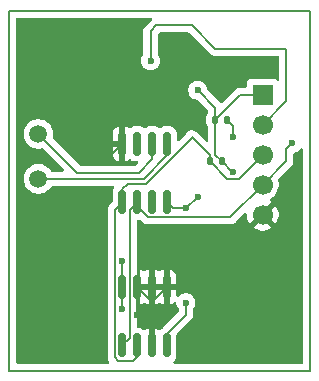
<source format=gbr>
G04 #@! TF.GenerationSoftware,KiCad,Pcbnew,9.0.1*
G04 #@! TF.CreationDate,2026-02-12T23:06:56+05:30*
G04 #@! TF.ProjectId,project1,70726f6a-6563-4743-912e-6b696361645f,rev?*
G04 #@! TF.SameCoordinates,Original*
G04 #@! TF.FileFunction,Copper,L1,Top*
G04 #@! TF.FilePolarity,Positive*
%FSLAX46Y46*%
G04 Gerber Fmt 4.6, Leading zero omitted, Abs format (unit mm)*
G04 Created by KiCad (PCBNEW 9.0.1) date 2026-02-12 23:06:56*
%MOMM*%
%LPD*%
G01*
G04 APERTURE LIST*
G04 Aperture macros list*
%AMRoundRect*
0 Rectangle with rounded corners*
0 $1 Rounding radius*
0 $2 $3 $4 $5 $6 $7 $8 $9 X,Y pos of 4 corners*
0 Add a 4 corners polygon primitive as box body*
4,1,4,$2,$3,$4,$5,$6,$7,$8,$9,$2,$3,0*
0 Add four circle primitives for the rounded corners*
1,1,$1+$1,$2,$3*
1,1,$1+$1,$4,$5*
1,1,$1+$1,$6,$7*
1,1,$1+$1,$8,$9*
0 Add four rect primitives between the rounded corners*
20,1,$1+$1,$2,$3,$4,$5,0*
20,1,$1+$1,$4,$5,$6,$7,0*
20,1,$1+$1,$6,$7,$8,$9,0*
20,1,$1+$1,$8,$9,$2,$3,0*%
G04 Aperture macros list end*
G04 #@! TA.AperFunction,NonConductor*
%ADD10C,0.200000*%
G04 #@! TD*
G04 #@! TA.AperFunction,SMDPad,CuDef*
%ADD11RoundRect,0.150000X-0.150000X0.825000X-0.150000X-0.825000X0.150000X-0.825000X0.150000X0.825000X0*%
G04 #@! TD*
G04 #@! TA.AperFunction,ComponentPad*
%ADD12C,1.500000*%
G04 #@! TD*
G04 #@! TA.AperFunction,SMDPad,CuDef*
%ADD13RoundRect,0.135000X0.135000X0.185000X-0.135000X0.185000X-0.135000X-0.185000X0.135000X-0.185000X0*%
G04 #@! TD*
G04 #@! TA.AperFunction,ComponentPad*
%ADD14R,1.700000X1.700000*%
G04 #@! TD*
G04 #@! TA.AperFunction,ComponentPad*
%ADD15C,1.700000*%
G04 #@! TD*
G04 #@! TA.AperFunction,SMDPad,CuDef*
%ADD16RoundRect,0.135000X-0.135000X-0.185000X0.135000X-0.185000X0.135000X0.185000X-0.135000X0.185000X0*%
G04 #@! TD*
G04 #@! TA.AperFunction,ViaPad*
%ADD17C,0.600000*%
G04 #@! TD*
G04 #@! TA.AperFunction,Conductor*
%ADD18C,0.200000*%
G04 #@! TD*
G04 APERTURE END LIST*
D10*
X136941000Y-85509000D02*
X162441000Y-85509000D01*
X162441000Y-116009000D01*
X136941000Y-116009000D01*
X136941000Y-85509000D01*
D11*
X150331000Y-108919000D03*
X149061000Y-108919000D03*
X147791000Y-108919000D03*
X146521000Y-108919000D03*
X146521000Y-113869000D03*
X147791000Y-113869000D03*
X149061000Y-113869000D03*
X150331000Y-113869000D03*
D12*
X139441000Y-99759000D03*
X139441000Y-95959000D03*
D11*
X150356000Y-96784000D03*
X149086000Y-96784000D03*
X147816000Y-96784000D03*
X146546000Y-96784000D03*
X146546000Y-101734000D03*
X147816000Y-101734000D03*
X149086000Y-101734000D03*
X150356000Y-101734000D03*
D13*
X154961000Y-98259000D03*
X153941000Y-98259000D03*
D14*
X158441000Y-92639000D03*
D15*
X158441000Y-95179000D03*
X158441000Y-97719000D03*
X158441000Y-100259000D03*
X158441000Y-102799000D03*
D16*
X154431000Y-94759000D03*
X155451000Y-94759000D03*
D17*
X151941000Y-110259000D03*
X152941000Y-101259000D03*
X151941000Y-102259000D03*
X146441000Y-94259000D03*
X147790000Y-111259000D03*
X146520000Y-110759000D03*
X144441000Y-97759000D03*
X146520000Y-106759000D03*
X148941000Y-89759000D03*
X160941000Y-96759000D03*
X155941000Y-96259000D03*
X152941000Y-92259000D03*
X155941000Y-99159000D03*
D18*
X150356000Y-97758999D02*
X150356000Y-96784000D01*
X152441000Y-96259000D02*
X153941000Y-97759000D01*
X149086000Y-98114000D02*
X149086000Y-96784000D01*
X148596968Y-100160000D02*
X152441000Y-96315968D01*
X150331000Y-108919000D02*
X149061000Y-110189000D01*
X152321000Y-108919000D02*
X150331000Y-108919000D01*
X151941000Y-102259000D02*
X150881000Y-102259000D01*
X149061000Y-110189000D02*
X149061000Y-113869000D01*
X150331000Y-112869000D02*
X151941000Y-111259000D01*
X151941000Y-102259000D02*
X152941000Y-101259000D01*
X150331000Y-113869000D02*
X150331000Y-112869000D01*
X149061000Y-108919000D02*
X149061000Y-113869000D01*
X150881000Y-102259000D02*
X150356000Y-101734000D01*
X151941000Y-111259000D02*
X151941000Y-110259000D01*
X154431000Y-97729000D02*
X154961000Y-98259000D01*
X152441000Y-96315968D02*
X152441000Y-96259000D01*
X153941000Y-97759000D02*
X153941000Y-98259000D01*
X146521000Y-108919000D02*
X146521000Y-106760000D01*
X146546000Y-94364000D02*
X146441000Y-94259000D01*
X147790000Y-111259000D02*
X147791000Y-111258000D01*
X146546000Y-96784000D02*
X146546000Y-94364000D01*
X147791000Y-111258000D02*
X147791000Y-108919000D01*
X146521000Y-110758000D02*
X146520000Y-110759000D01*
X144441000Y-97759000D02*
X145571000Y-97759000D01*
X145571000Y-97759000D02*
X146546000Y-96784000D01*
X146521000Y-108919000D02*
X146521000Y-110758000D01*
X158441000Y-102799000D02*
X152321000Y-108919000D01*
X147791000Y-108919000D02*
X149061000Y-110189000D01*
X146521000Y-106760000D02*
X146520000Y-106759000D01*
X160441000Y-88759000D02*
X154441000Y-88759000D01*
X152441000Y-86759000D02*
X149441000Y-86759000D01*
X149441000Y-86759000D02*
X148941000Y-87259000D01*
X154441000Y-88759000D02*
X152441000Y-86759000D01*
X148941000Y-87259000D02*
X148941000Y-89759000D01*
X158441000Y-95179000D02*
X160441000Y-93179000D01*
X160441000Y-93179000D02*
X160441000Y-88759000D01*
X147816000Y-102080968D02*
X148745032Y-103010000D01*
X147190000Y-102360000D02*
X147816000Y-101734000D01*
X160441000Y-98259000D02*
X160441000Y-97259000D01*
X147816000Y-101734000D02*
X147816000Y-102080968D01*
X158441000Y-100259000D02*
X160441000Y-98259000D01*
X148745032Y-103010000D02*
X155690000Y-103010000D01*
X147190000Y-113200000D02*
X147190000Y-102360000D01*
X155690000Y-103010000D02*
X158441000Y-100259000D01*
X155941000Y-96259000D02*
X155941000Y-95249000D01*
X155941000Y-95249000D02*
X155451000Y-94759000D01*
X160441000Y-97259000D02*
X160941000Y-96759000D01*
X146521000Y-113869000D02*
X147190000Y-113200000D01*
X155941000Y-99159000D02*
X155861000Y-99159000D01*
X152941000Y-92259000D02*
X154431000Y-93749000D01*
X154431000Y-94759000D02*
X154431000Y-97729000D01*
X155861000Y-99159000D02*
X154961000Y-98259000D01*
X158441000Y-92639000D02*
X156551000Y-92639000D01*
X156551000Y-92639000D02*
X154686000Y-94504000D01*
X154686000Y-94504000D02*
X154431000Y-94759000D01*
X154431000Y-93749000D02*
X154431000Y-94759000D01*
X147489999Y-115145000D02*
X146180032Y-115145000D01*
X147040000Y-100160000D02*
X148596968Y-100160000D01*
X156401000Y-99759000D02*
X155441000Y-99759000D01*
X147791000Y-114843999D02*
X147489999Y-115145000D01*
X158441000Y-97719000D02*
X156401000Y-99759000D01*
X146546000Y-101734000D02*
X146546000Y-100654000D01*
X145920000Y-102360000D02*
X146546000Y-101734000D01*
X146180032Y-115145000D02*
X145920000Y-114884968D01*
X155441000Y-99759000D02*
X153941000Y-98259000D01*
X145920000Y-114884968D02*
X145920000Y-102360000D01*
X147791000Y-113869000D02*
X147791000Y-114843999D01*
X146546000Y-100654000D02*
X147040000Y-100160000D01*
X139441000Y-99759000D02*
X148355999Y-99759000D01*
X148355999Y-99759000D02*
X150356000Y-97758999D01*
X142741000Y-99259000D02*
X147941000Y-99259000D01*
X139441000Y-95959000D02*
X142741000Y-99259000D01*
X147941000Y-99259000D02*
X149086000Y-98114000D01*
G04 #@! TA.AperFunction,Conductor*
G36*
X149008941Y-86129185D02*
G01*
X149054696Y-86181989D01*
X149064640Y-86251147D01*
X149035615Y-86314703D01*
X149029583Y-86321181D01*
X148565217Y-86785546D01*
X148565214Y-86785548D01*
X148565215Y-86785549D01*
X148460478Y-86890286D01*
X148410361Y-86977094D01*
X148410359Y-86977096D01*
X148381425Y-87027209D01*
X148381424Y-87027210D01*
X148381423Y-87027215D01*
X148340499Y-87179943D01*
X148340499Y-87179945D01*
X148340499Y-87348046D01*
X148340500Y-87348059D01*
X148340500Y-89179234D01*
X148320815Y-89246273D01*
X148319602Y-89248125D01*
X148231609Y-89379814D01*
X148231602Y-89379827D01*
X148171264Y-89525498D01*
X148171261Y-89525510D01*
X148140500Y-89680153D01*
X148140500Y-89837846D01*
X148171261Y-89992489D01*
X148171264Y-89992501D01*
X148231602Y-90138172D01*
X148231609Y-90138185D01*
X148319210Y-90269288D01*
X148319213Y-90269292D01*
X148430707Y-90380786D01*
X148430711Y-90380789D01*
X148561814Y-90468390D01*
X148561827Y-90468397D01*
X148707498Y-90528735D01*
X148707503Y-90528737D01*
X148862153Y-90559499D01*
X148862156Y-90559500D01*
X148862158Y-90559500D01*
X149019844Y-90559500D01*
X149019845Y-90559499D01*
X149174497Y-90528737D01*
X149320179Y-90468394D01*
X149451289Y-90380789D01*
X149562789Y-90269289D01*
X149650394Y-90138179D01*
X149710737Y-89992497D01*
X149741500Y-89837842D01*
X149741500Y-89680158D01*
X149741500Y-89680155D01*
X149741499Y-89680153D01*
X149710738Y-89525510D01*
X149710737Y-89525503D01*
X149672003Y-89431989D01*
X149650397Y-89379827D01*
X149650390Y-89379814D01*
X149562398Y-89248125D01*
X149541520Y-89181447D01*
X149541500Y-89179234D01*
X149541500Y-87559098D01*
X149550144Y-87529660D01*
X149556668Y-87499670D01*
X149560423Y-87494653D01*
X149561185Y-87492059D01*
X149577819Y-87471416D01*
X149653418Y-87395818D01*
X149714742Y-87362334D01*
X149741099Y-87359500D01*
X152140903Y-87359500D01*
X152207942Y-87379185D01*
X152228584Y-87395819D01*
X153956139Y-89123374D01*
X153956149Y-89123385D01*
X153960479Y-89127715D01*
X153960480Y-89127716D01*
X154072284Y-89239520D01*
X154159095Y-89289639D01*
X154159097Y-89289641D01*
X154197151Y-89311611D01*
X154209215Y-89318577D01*
X154361943Y-89359500D01*
X154520057Y-89359500D01*
X159716500Y-89359500D01*
X159783539Y-89379185D01*
X159829294Y-89431989D01*
X159840500Y-89483500D01*
X159840500Y-91327428D01*
X159820815Y-91394467D01*
X159768011Y-91440222D01*
X159698853Y-91450166D01*
X159642189Y-91426695D01*
X159599138Y-91394467D01*
X159533331Y-91345204D01*
X159533329Y-91345203D01*
X159533328Y-91345202D01*
X159398482Y-91294908D01*
X159398483Y-91294908D01*
X159338883Y-91288501D01*
X159338881Y-91288500D01*
X159338873Y-91288500D01*
X159338864Y-91288500D01*
X157543129Y-91288500D01*
X157543123Y-91288501D01*
X157483516Y-91294908D01*
X157348671Y-91345202D01*
X157348664Y-91345206D01*
X157233455Y-91431452D01*
X157233452Y-91431455D01*
X157147206Y-91546664D01*
X157147202Y-91546671D01*
X157096908Y-91681517D01*
X157090501Y-91741116D01*
X157090500Y-91741135D01*
X157090500Y-91914500D01*
X157070815Y-91981539D01*
X157018011Y-92027294D01*
X156966500Y-92038500D01*
X156630057Y-92038500D01*
X156471942Y-92038500D01*
X156319215Y-92079423D01*
X156319214Y-92079423D01*
X156319212Y-92079424D01*
X156319209Y-92079425D01*
X156269096Y-92108359D01*
X156269095Y-92108360D01*
X156225689Y-92133420D01*
X156182285Y-92158479D01*
X156182282Y-92158481D01*
X156070478Y-92270286D01*
X155023681Y-93317082D01*
X155015737Y-93321419D01*
X155010312Y-93328667D01*
X154985549Y-93337903D01*
X154962358Y-93350567D01*
X154953329Y-93349921D01*
X154944848Y-93353085D01*
X154919026Y-93347468D01*
X154892666Y-93345583D01*
X154883612Y-93339764D01*
X154876575Y-93338234D01*
X154848331Y-93317091D01*
X154848320Y-93317084D01*
X154843225Y-93311989D01*
X154799716Y-93268480D01*
X154799713Y-93268478D01*
X153775574Y-92244339D01*
X153742089Y-92183016D01*
X153741638Y-92180849D01*
X153710738Y-92025510D01*
X153710737Y-92025503D01*
X153692527Y-91981539D01*
X153650397Y-91879827D01*
X153650390Y-91879814D01*
X153562789Y-91748711D01*
X153562786Y-91748707D01*
X153451292Y-91637213D01*
X153451288Y-91637210D01*
X153320185Y-91549609D01*
X153320172Y-91549602D01*
X153174501Y-91489264D01*
X153174489Y-91489261D01*
X153019845Y-91458500D01*
X153019842Y-91458500D01*
X152862158Y-91458500D01*
X152862155Y-91458500D01*
X152707510Y-91489261D01*
X152707498Y-91489264D01*
X152561827Y-91549602D01*
X152561814Y-91549609D01*
X152430711Y-91637210D01*
X152430707Y-91637213D01*
X152319213Y-91748707D01*
X152319210Y-91748711D01*
X152231609Y-91879814D01*
X152231602Y-91879827D01*
X152171264Y-92025498D01*
X152171261Y-92025510D01*
X152140500Y-92180153D01*
X152140500Y-92337846D01*
X152171261Y-92492489D01*
X152171264Y-92492501D01*
X152231602Y-92638172D01*
X152231609Y-92638185D01*
X152319210Y-92769288D01*
X152319213Y-92769292D01*
X152430707Y-92880786D01*
X152430711Y-92880789D01*
X152561814Y-92968390D01*
X152561827Y-92968397D01*
X152707498Y-93028735D01*
X152707503Y-93028737D01*
X152772147Y-93041595D01*
X152862849Y-93059638D01*
X152924760Y-93092023D01*
X152926339Y-93093574D01*
X153794181Y-93961416D01*
X153808884Y-93988343D01*
X153825477Y-94014162D01*
X153826368Y-94020362D01*
X153827666Y-94022739D01*
X153830500Y-94049097D01*
X153830500Y-94089404D01*
X153810815Y-94156443D01*
X153794181Y-94177085D01*
X153789869Y-94181396D01*
X153789863Y-94181404D01*
X153708131Y-94319606D01*
X153708129Y-94319611D01*
X153663335Y-94473791D01*
X153663334Y-94473797D01*
X153660500Y-94509811D01*
X153660500Y-95008169D01*
X153660501Y-95008191D01*
X153663335Y-95044205D01*
X153708129Y-95198388D01*
X153708131Y-95198393D01*
X153775258Y-95311900D01*
X153789865Y-95336598D01*
X153794178Y-95340911D01*
X153827665Y-95402231D01*
X153830500Y-95428595D01*
X153830500Y-96499903D01*
X153810815Y-96566942D01*
X153758011Y-96612697D01*
X153688853Y-96622641D01*
X153625297Y-96593616D01*
X153618819Y-96587584D01*
X152928590Y-95897355D01*
X152928588Y-95897352D01*
X152809717Y-95778481D01*
X152809716Y-95778480D01*
X152700576Y-95715468D01*
X152700574Y-95715467D01*
X152672785Y-95699423D01*
X152672784Y-95699422D01*
X152672783Y-95699422D01*
X152616881Y-95684443D01*
X152520057Y-95658499D01*
X152361943Y-95658499D01*
X152209215Y-95699423D01*
X152209214Y-95699423D01*
X152209212Y-95699424D01*
X152181426Y-95715467D01*
X152181425Y-95715468D01*
X152160720Y-95727422D01*
X152072285Y-95778479D01*
X152072282Y-95778481D01*
X151960481Y-95890282D01*
X151960477Y-95890287D01*
X151922459Y-95956138D01*
X151922458Y-95956140D01*
X151890819Y-96010938D01*
X151871114Y-96036617D01*
X151368181Y-96539551D01*
X151306858Y-96573036D01*
X151237167Y-96568052D01*
X151181233Y-96526181D01*
X151156816Y-96460716D01*
X151156500Y-96451870D01*
X151156500Y-95893313D01*
X151156499Y-95893298D01*
X151155989Y-95886820D01*
X151153598Y-95856431D01*
X151107744Y-95698602D01*
X151024081Y-95557135D01*
X151024079Y-95557133D01*
X151024076Y-95557129D01*
X150907870Y-95440923D01*
X150907862Y-95440917D01*
X150800177Y-95377233D01*
X150766398Y-95357256D01*
X150766397Y-95357255D01*
X150766396Y-95357255D01*
X150766393Y-95357254D01*
X150608573Y-95311402D01*
X150608567Y-95311401D01*
X150571701Y-95308500D01*
X150571694Y-95308500D01*
X150140306Y-95308500D01*
X150140298Y-95308500D01*
X150103432Y-95311401D01*
X150103426Y-95311402D01*
X149945606Y-95357254D01*
X149945603Y-95357255D01*
X149804137Y-95440917D01*
X149797969Y-95445702D01*
X149796072Y-95443256D01*
X149747358Y-95469857D01*
X149677666Y-95464873D01*
X149645296Y-95444069D01*
X149644031Y-95445702D01*
X149637862Y-95440917D01*
X149530177Y-95377233D01*
X149496398Y-95357256D01*
X149496397Y-95357255D01*
X149496396Y-95357255D01*
X149496393Y-95357254D01*
X149338573Y-95311402D01*
X149338567Y-95311401D01*
X149301701Y-95308500D01*
X149301694Y-95308500D01*
X148870306Y-95308500D01*
X148870298Y-95308500D01*
X148833432Y-95311401D01*
X148833426Y-95311402D01*
X148675606Y-95357254D01*
X148675603Y-95357255D01*
X148534137Y-95440917D01*
X148527969Y-95445702D01*
X148526072Y-95443256D01*
X148477358Y-95469857D01*
X148407666Y-95464873D01*
X148375296Y-95444069D01*
X148374031Y-95445702D01*
X148367862Y-95440917D01*
X148260177Y-95377233D01*
X148226398Y-95357256D01*
X148226397Y-95357255D01*
X148226396Y-95357255D01*
X148226393Y-95357254D01*
X148068573Y-95311402D01*
X148068567Y-95311401D01*
X148031701Y-95308500D01*
X148031694Y-95308500D01*
X147600306Y-95308500D01*
X147600298Y-95308500D01*
X147563432Y-95311401D01*
X147563426Y-95311402D01*
X147405606Y-95357254D01*
X147405603Y-95357255D01*
X147264140Y-95440915D01*
X147257974Y-95445699D01*
X147256174Y-95443379D01*
X147206913Y-95470230D01*
X147137225Y-95465193D01*
X147104992Y-95444461D01*
X147103722Y-95446100D01*
X147097552Y-95441314D01*
X146956196Y-95357717D01*
X146956193Y-95357716D01*
X146798494Y-95311900D01*
X146798497Y-95311900D01*
X146796000Y-95311703D01*
X146796000Y-98256295D01*
X146796001Y-98256295D01*
X146798486Y-98256100D01*
X146956198Y-98210281D01*
X147097550Y-98126686D01*
X147103717Y-98121903D01*
X147105630Y-98124369D01*
X147154222Y-98097802D01*
X147223917Y-98102749D01*
X147256762Y-98123853D01*
X147257969Y-98122298D01*
X147264132Y-98127078D01*
X147264135Y-98127081D01*
X147405602Y-98210744D01*
X147425700Y-98216583D01*
X147563426Y-98256597D01*
X147563429Y-98256597D01*
X147563431Y-98256598D01*
X147600306Y-98259500D01*
X147600314Y-98259500D01*
X147791902Y-98259500D01*
X147813147Y-98265738D01*
X147835235Y-98267318D01*
X147846018Y-98275390D01*
X147858941Y-98279185D01*
X147873439Y-98295916D01*
X147891169Y-98309189D01*
X147895876Y-98321811D01*
X147904696Y-98331989D01*
X147907847Y-98353905D01*
X147915586Y-98374654D01*
X147912723Y-98387814D01*
X147914640Y-98401147D01*
X147905440Y-98421290D01*
X147900734Y-98442927D01*
X147887464Y-98460654D01*
X147885615Y-98464703D01*
X147879596Y-98471167D01*
X147728582Y-98622182D01*
X147667261Y-98655666D01*
X147640903Y-98658500D01*
X143041098Y-98658500D01*
X142974059Y-98638815D01*
X142953417Y-98622181D01*
X142200429Y-97869193D01*
X142005885Y-97674649D01*
X145746000Y-97674649D01*
X145748899Y-97711489D01*
X145748900Y-97711495D01*
X145794716Y-97869193D01*
X145794717Y-97869196D01*
X145878314Y-98010552D01*
X145878321Y-98010561D01*
X145994438Y-98126678D01*
X145994447Y-98126685D01*
X146135801Y-98210281D01*
X146293514Y-98256100D01*
X146293511Y-98256100D01*
X146295998Y-98256295D01*
X146296000Y-98256295D01*
X146296000Y-97034000D01*
X145746000Y-97034000D01*
X145746000Y-97674649D01*
X142005885Y-97674649D01*
X140694767Y-96363532D01*
X140661283Y-96302210D01*
X140659976Y-96256454D01*
X140691500Y-96057422D01*
X140691500Y-95893350D01*
X145746000Y-95893350D01*
X145746000Y-96534000D01*
X146296000Y-96534000D01*
X146296000Y-95311703D01*
X146293503Y-95311900D01*
X146135806Y-95357716D01*
X146135803Y-95357717D01*
X145994447Y-95441314D01*
X145994438Y-95441321D01*
X145878321Y-95557438D01*
X145878314Y-95557447D01*
X145794717Y-95698803D01*
X145794716Y-95698806D01*
X145748900Y-95856504D01*
X145748899Y-95856510D01*
X145746000Y-95893350D01*
X140691500Y-95893350D01*
X140691500Y-95860577D01*
X140660709Y-95666173D01*
X140625378Y-95557438D01*
X140599884Y-95478975D01*
X140599882Y-95478972D01*
X140599882Y-95478970D01*
X140529536Y-95340909D01*
X140510524Y-95303595D01*
X140394828Y-95144354D01*
X140255646Y-95005172D01*
X140096405Y-94889476D01*
X139921029Y-94800117D01*
X139733826Y-94739290D01*
X139539422Y-94708500D01*
X139539417Y-94708500D01*
X139342583Y-94708500D01*
X139342578Y-94708500D01*
X139148173Y-94739290D01*
X138960970Y-94800117D01*
X138785594Y-94889476D01*
X138694741Y-94955485D01*
X138626354Y-95005172D01*
X138626352Y-95005174D01*
X138626351Y-95005174D01*
X138487174Y-95144351D01*
X138487174Y-95144352D01*
X138487172Y-95144354D01*
X138468580Y-95169944D01*
X138371476Y-95303594D01*
X138282117Y-95478970D01*
X138221290Y-95666173D01*
X138190500Y-95860577D01*
X138190500Y-96057422D01*
X138221290Y-96251826D01*
X138282117Y-96439029D01*
X138370606Y-96612697D01*
X138371476Y-96614405D01*
X138487172Y-96773646D01*
X138626354Y-96912828D01*
X138785595Y-97028524D01*
X138846389Y-97059500D01*
X138960970Y-97117882D01*
X138960972Y-97117882D01*
X138960975Y-97117884D01*
X139037852Y-97142863D01*
X139148173Y-97178709D01*
X139342578Y-97209500D01*
X139342583Y-97209500D01*
X139539422Y-97209500D01*
X139738454Y-97177976D01*
X139807747Y-97186930D01*
X139845533Y-97212768D01*
X141579583Y-98946819D01*
X141613068Y-99008142D01*
X141608084Y-99077834D01*
X141566212Y-99133767D01*
X141500748Y-99158184D01*
X141491902Y-99158500D01*
X140613596Y-99158500D01*
X140546557Y-99138815D01*
X140513278Y-99107386D01*
X140507318Y-99099183D01*
X140394828Y-98944354D01*
X140255646Y-98805172D01*
X140096405Y-98689476D01*
X140030049Y-98655666D01*
X139921029Y-98600117D01*
X139733826Y-98539290D01*
X139539422Y-98508500D01*
X139539417Y-98508500D01*
X139342583Y-98508500D01*
X139342578Y-98508500D01*
X139148173Y-98539290D01*
X138960970Y-98600117D01*
X138785594Y-98689476D01*
X138716714Y-98739521D01*
X138626354Y-98805172D01*
X138626352Y-98805174D01*
X138626351Y-98805174D01*
X138487174Y-98944351D01*
X138487174Y-98944352D01*
X138487172Y-98944354D01*
X138440827Y-99008142D01*
X138371476Y-99103594D01*
X138282117Y-99278970D01*
X138221290Y-99466173D01*
X138190500Y-99660577D01*
X138190500Y-99857422D01*
X138221290Y-100051826D01*
X138282117Y-100239029D01*
X138354770Y-100381618D01*
X138371476Y-100414405D01*
X138487172Y-100573646D01*
X138626354Y-100712828D01*
X138785595Y-100828524D01*
X138868455Y-100870743D01*
X138960970Y-100917882D01*
X138960972Y-100917882D01*
X138960975Y-100917884D01*
X139061317Y-100950487D01*
X139148173Y-100978709D01*
X139342578Y-101009500D01*
X139342583Y-101009500D01*
X139539422Y-101009500D01*
X139733826Y-100978709D01*
X139770416Y-100966820D01*
X139921025Y-100917884D01*
X140096405Y-100828524D01*
X140255646Y-100712828D01*
X140394828Y-100573646D01*
X140510524Y-100414405D01*
X140510524Y-100414403D01*
X140513278Y-100410614D01*
X140568608Y-100367949D01*
X140613596Y-100359500D01*
X145747835Y-100359500D01*
X145814874Y-100379185D01*
X145860629Y-100431989D01*
X145870573Y-100501147D01*
X145854567Y-100546621D01*
X145794255Y-100648603D01*
X145794254Y-100648606D01*
X145748402Y-100806426D01*
X145748401Y-100806432D01*
X145745500Y-100843298D01*
X145745500Y-101633902D01*
X145725815Y-101700941D01*
X145709181Y-101721583D01*
X145439481Y-101991282D01*
X145439479Y-101991284D01*
X145424898Y-102016540D01*
X145418735Y-102027216D01*
X145360423Y-102128215D01*
X145319499Y-102280943D01*
X145319499Y-102280945D01*
X145319499Y-102449046D01*
X145319500Y-102449059D01*
X145319500Y-114798298D01*
X145319499Y-114798316D01*
X145319499Y-114964022D01*
X145319498Y-114964022D01*
X145319499Y-114964025D01*
X145360423Y-115116753D01*
X145389360Y-115166872D01*
X145406650Y-115196819D01*
X145421477Y-115222501D01*
X145428821Y-115252778D01*
X145437949Y-115290401D01*
X145415096Y-115356428D01*
X145360174Y-115399618D01*
X145314089Y-115408500D01*
X137665500Y-115408500D01*
X137598461Y-115388815D01*
X137552706Y-115336011D01*
X137541500Y-115284500D01*
X137541500Y-86233500D01*
X137561185Y-86166461D01*
X137613989Y-86120706D01*
X137665500Y-86109500D01*
X148941902Y-86109500D01*
X149008941Y-86129185D01*
G37*
G04 #@! TD.AperFunction*
G04 #@! TA.AperFunction,Conductor*
G36*
X161799363Y-97170190D02*
G01*
X161836082Y-97229634D01*
X161840500Y-97262439D01*
X161840500Y-115284500D01*
X161820815Y-115351539D01*
X161768011Y-115397294D01*
X161716500Y-115408500D01*
X150985809Y-115408500D01*
X150918770Y-115388815D01*
X150873015Y-115336011D01*
X150863071Y-115266853D01*
X150892096Y-115203297D01*
X150898128Y-115196819D01*
X150999076Y-115095870D01*
X150999081Y-115095865D01*
X151082744Y-114954398D01*
X151125885Y-114805907D01*
X151128597Y-114796573D01*
X151128598Y-114796567D01*
X151131499Y-114759701D01*
X151131500Y-114759694D01*
X151131500Y-112978306D01*
X151131499Y-112978299D01*
X151131404Y-112975868D01*
X151132272Y-112975833D01*
X151145906Y-112910807D01*
X151167499Y-112881734D01*
X152309713Y-111739521D01*
X152309716Y-111739520D01*
X152421520Y-111627716D01*
X152471639Y-111540904D01*
X152500577Y-111490785D01*
X152541501Y-111338057D01*
X152541501Y-111179943D01*
X152541501Y-111172348D01*
X152541500Y-111172330D01*
X152541500Y-110838765D01*
X152561185Y-110771726D01*
X152562398Y-110769874D01*
X152650390Y-110638185D01*
X152650390Y-110638184D01*
X152650394Y-110638179D01*
X152710737Y-110492497D01*
X152741500Y-110337842D01*
X152741500Y-110180158D01*
X152741500Y-110180155D01*
X152741499Y-110180153D01*
X152710738Y-110025510D01*
X152710737Y-110025503D01*
X152710735Y-110025498D01*
X152650397Y-109879827D01*
X152650390Y-109879814D01*
X152562789Y-109748711D01*
X152562786Y-109748707D01*
X152451292Y-109637213D01*
X152451288Y-109637210D01*
X152320185Y-109549609D01*
X152320172Y-109549602D01*
X152174501Y-109489264D01*
X152174489Y-109489261D01*
X152019845Y-109458500D01*
X152019842Y-109458500D01*
X151862158Y-109458500D01*
X151862155Y-109458500D01*
X151707510Y-109489261D01*
X151707498Y-109489264D01*
X151561827Y-109549602D01*
X151561814Y-109549609D01*
X151430711Y-109637210D01*
X151430707Y-109637213D01*
X151342681Y-109725240D01*
X151281358Y-109758725D01*
X151211666Y-109753741D01*
X151155733Y-109711869D01*
X151131316Y-109646405D01*
X151131000Y-109637559D01*
X151131000Y-109169000D01*
X150581000Y-109169000D01*
X150581000Y-110391295D01*
X150581001Y-110391295D01*
X150583486Y-110391100D01*
X150741198Y-110345281D01*
X150882552Y-110261685D01*
X150882561Y-110261678D01*
X150928819Y-110215421D01*
X150990142Y-110181936D01*
X151059834Y-110186920D01*
X151115767Y-110228792D01*
X151140184Y-110294256D01*
X151140500Y-110303102D01*
X151140500Y-110337846D01*
X151171261Y-110492489D01*
X151171264Y-110492501D01*
X151231602Y-110638172D01*
X151231609Y-110638185D01*
X151319602Y-110769874D01*
X151325252Y-110787920D01*
X151335477Y-110803830D01*
X151339928Y-110834789D01*
X151340480Y-110836551D01*
X151340500Y-110838765D01*
X151340500Y-110958902D01*
X151320815Y-111025941D01*
X151304181Y-111046583D01*
X149962286Y-112388478D01*
X149962282Y-112388480D01*
X149962283Y-112388481D01*
X149902077Y-112448685D01*
X149877519Y-112467733D01*
X149779143Y-112525913D01*
X149772974Y-112530699D01*
X149771174Y-112528379D01*
X149721913Y-112555230D01*
X149652225Y-112550193D01*
X149619992Y-112529461D01*
X149618722Y-112531100D01*
X149612552Y-112526314D01*
X149471196Y-112442717D01*
X149471193Y-112442716D01*
X149313494Y-112396900D01*
X149313497Y-112396900D01*
X149311000Y-112396703D01*
X149311000Y-113745000D01*
X149291315Y-113812039D01*
X149238511Y-113857794D01*
X149187000Y-113869000D01*
X148935000Y-113869000D01*
X148867961Y-113849315D01*
X148822206Y-113796511D01*
X148811000Y-113745000D01*
X148811000Y-112396703D01*
X148808503Y-112396900D01*
X148650806Y-112442716D01*
X148650803Y-112442717D01*
X148509449Y-112526313D01*
X148503283Y-112531097D01*
X148501389Y-112528655D01*
X148452580Y-112555239D01*
X148382894Y-112550179D01*
X148350227Y-112529159D01*
X148349031Y-112530702D01*
X148342862Y-112525917D01*
X148212269Y-112448685D01*
X148201398Y-112442256D01*
X148201397Y-112442255D01*
X148201396Y-112442255D01*
X148201393Y-112442254D01*
X148043573Y-112396402D01*
X148043567Y-112396401D01*
X148006701Y-112393500D01*
X148006694Y-112393500D01*
X147914500Y-112393500D01*
X147847461Y-112373815D01*
X147801706Y-112321011D01*
X147790500Y-112269500D01*
X147790500Y-110391295D01*
X148041000Y-110391295D01*
X148041001Y-110391295D01*
X148043486Y-110391100D01*
X148201198Y-110345281D01*
X148342552Y-110261685D01*
X148348722Y-110256900D01*
X148350546Y-110259252D01*
X148399595Y-110232445D01*
X148469288Y-110237402D01*
X148502063Y-110258465D01*
X148503278Y-110256900D01*
X148509447Y-110261685D01*
X148650801Y-110345281D01*
X148808514Y-110391100D01*
X148808511Y-110391100D01*
X148810998Y-110391295D01*
X148811000Y-110391295D01*
X149311000Y-110391295D01*
X149311001Y-110391295D01*
X149313486Y-110391100D01*
X149471198Y-110345281D01*
X149612552Y-110261685D01*
X149618722Y-110256900D01*
X149620546Y-110259252D01*
X149669595Y-110232445D01*
X149739288Y-110237402D01*
X149772063Y-110258465D01*
X149773278Y-110256900D01*
X149779447Y-110261685D01*
X149920801Y-110345281D01*
X150078514Y-110391100D01*
X150078511Y-110391100D01*
X150080998Y-110391295D01*
X150081000Y-110391295D01*
X150081000Y-109169000D01*
X149311000Y-109169000D01*
X149311000Y-110391295D01*
X148811000Y-110391295D01*
X148811000Y-109169000D01*
X148041000Y-109169000D01*
X148041000Y-110391295D01*
X147790500Y-110391295D01*
X147790500Y-107446703D01*
X148041000Y-107446703D01*
X148041000Y-108669000D01*
X148811000Y-108669000D01*
X148811000Y-107446703D01*
X149311000Y-107446703D01*
X149311000Y-108669000D01*
X150081000Y-108669000D01*
X150581000Y-108669000D01*
X151131000Y-108669000D01*
X151131000Y-108028365D01*
X151130999Y-108028350D01*
X151128100Y-107991510D01*
X151128099Y-107991504D01*
X151082283Y-107833806D01*
X151082282Y-107833803D01*
X150998685Y-107692447D01*
X150998678Y-107692438D01*
X150882561Y-107576321D01*
X150882552Y-107576314D01*
X150741196Y-107492717D01*
X150741193Y-107492716D01*
X150583494Y-107446900D01*
X150583497Y-107446900D01*
X150581000Y-107446703D01*
X150581000Y-108669000D01*
X150081000Y-108669000D01*
X150081000Y-107446703D01*
X150078503Y-107446900D01*
X149920806Y-107492716D01*
X149920803Y-107492717D01*
X149779447Y-107576314D01*
X149773278Y-107581100D01*
X149771457Y-107578753D01*
X149722358Y-107605564D01*
X149652666Y-107600580D01*
X149619930Y-107579541D01*
X149618722Y-107581100D01*
X149612552Y-107576314D01*
X149471196Y-107492717D01*
X149471193Y-107492716D01*
X149313494Y-107446900D01*
X149313497Y-107446900D01*
X149311000Y-107446703D01*
X148811000Y-107446703D01*
X148808503Y-107446900D01*
X148650806Y-107492716D01*
X148650803Y-107492717D01*
X148509447Y-107576314D01*
X148503278Y-107581100D01*
X148501457Y-107578753D01*
X148452358Y-107605564D01*
X148382666Y-107600580D01*
X148349930Y-107579541D01*
X148348722Y-107581100D01*
X148342552Y-107576314D01*
X148201196Y-107492717D01*
X148201193Y-107492716D01*
X148043494Y-107446900D01*
X148043497Y-107446900D01*
X148041000Y-107446703D01*
X147790500Y-107446703D01*
X147790500Y-103333500D01*
X147792977Y-103325062D01*
X147791690Y-103316365D01*
X147802670Y-103292053D01*
X147810185Y-103266461D01*
X147816829Y-103260703D01*
X147820449Y-103252689D01*
X147842832Y-103238171D01*
X147862989Y-103220706D01*
X147873233Y-103218455D01*
X147879069Y-103214670D01*
X147912971Y-103209723D01*
X147913982Y-103209501D01*
X147914222Y-103209500D01*
X148031694Y-103209500D01*
X148038273Y-103208982D01*
X148042878Y-103208963D01*
X148072178Y-103217433D01*
X148102029Y-103223700D01*
X148107237Y-103227569D01*
X148109999Y-103228368D01*
X148113121Y-103231940D01*
X148131077Y-103245281D01*
X148376316Y-103490520D01*
X148376318Y-103490521D01*
X148376322Y-103490524D01*
X148497900Y-103560716D01*
X148513248Y-103569577D01*
X148665975Y-103610501D01*
X148665977Y-103610501D01*
X148831686Y-103610501D01*
X148831702Y-103610500D01*
X155603331Y-103610500D01*
X155603347Y-103610501D01*
X155610943Y-103610501D01*
X155769054Y-103610501D01*
X155769057Y-103610501D01*
X155921785Y-103569577D01*
X155971904Y-103540639D01*
X156058716Y-103490520D01*
X156170520Y-103378716D01*
X156170520Y-103378714D01*
X156180728Y-103368507D01*
X156180730Y-103368504D01*
X156879321Y-102669912D01*
X156940642Y-102636429D01*
X157010334Y-102641413D01*
X157066267Y-102683285D01*
X157090684Y-102748749D01*
X157091000Y-102757595D01*
X157091000Y-102905246D01*
X157124242Y-103115127D01*
X157124242Y-103115130D01*
X157189904Y-103317217D01*
X157286375Y-103506550D01*
X157325728Y-103560716D01*
X157958037Y-102928408D01*
X157975075Y-102991993D01*
X158040901Y-103106007D01*
X158133993Y-103199099D01*
X158248007Y-103264925D01*
X158311590Y-103281962D01*
X157679282Y-103914269D01*
X157679282Y-103914270D01*
X157733449Y-103953624D01*
X157922782Y-104050095D01*
X158124870Y-104115757D01*
X158334754Y-104149000D01*
X158547246Y-104149000D01*
X158757127Y-104115757D01*
X158757130Y-104115757D01*
X158959217Y-104050095D01*
X159148554Y-103953622D01*
X159202716Y-103914270D01*
X159202717Y-103914270D01*
X158570408Y-103281962D01*
X158633993Y-103264925D01*
X158748007Y-103199099D01*
X158841099Y-103106007D01*
X158906925Y-102991993D01*
X158923962Y-102928409D01*
X159556270Y-103560717D01*
X159556270Y-103560716D01*
X159595622Y-103506554D01*
X159692095Y-103317217D01*
X159757757Y-103115130D01*
X159757757Y-103115127D01*
X159791000Y-102905246D01*
X159791000Y-102692753D01*
X159757757Y-102482872D01*
X159757757Y-102482869D01*
X159692095Y-102280782D01*
X159595624Y-102091449D01*
X159556270Y-102037282D01*
X159556269Y-102037282D01*
X158923962Y-102669590D01*
X158906925Y-102606007D01*
X158841099Y-102491993D01*
X158748007Y-102398901D01*
X158633993Y-102333075D01*
X158570408Y-102316037D01*
X159202716Y-101683728D01*
X159148547Y-101644373D01*
X159148547Y-101644372D01*
X159139500Y-101639763D01*
X159088706Y-101591788D01*
X159071912Y-101523966D01*
X159094451Y-101457832D01*
X159139508Y-101418793D01*
X159148816Y-101414051D01*
X159253707Y-101337844D01*
X159320786Y-101289109D01*
X159320788Y-101289106D01*
X159320792Y-101289104D01*
X159471104Y-101138792D01*
X159471106Y-101138788D01*
X159471109Y-101138786D01*
X159596048Y-100966820D01*
X159596047Y-100966820D01*
X159596051Y-100966816D01*
X159692557Y-100777412D01*
X159758246Y-100575243D01*
X159791500Y-100365287D01*
X159791500Y-100152713D01*
X159758246Y-99942757D01*
X159744506Y-99900473D01*
X159742512Y-99830635D01*
X159774755Y-99774478D01*
X160799506Y-98749728D01*
X160799511Y-98749724D01*
X160809714Y-98739520D01*
X160809716Y-98739520D01*
X160921520Y-98627716D01*
X160990534Y-98508180D01*
X161000577Y-98490785D01*
X161041500Y-98338057D01*
X161041500Y-98179943D01*
X161041500Y-97656955D01*
X161061185Y-97589916D01*
X161113989Y-97544161D01*
X161141303Y-97535339D01*
X161174497Y-97528737D01*
X161320179Y-97468394D01*
X161451289Y-97380789D01*
X161562789Y-97269289D01*
X161608696Y-97200585D01*
X161613398Y-97193548D01*
X161667010Y-97148743D01*
X161736335Y-97140036D01*
X161799363Y-97170190D01*
G37*
G04 #@! TD.AperFunction*
M02*

</source>
